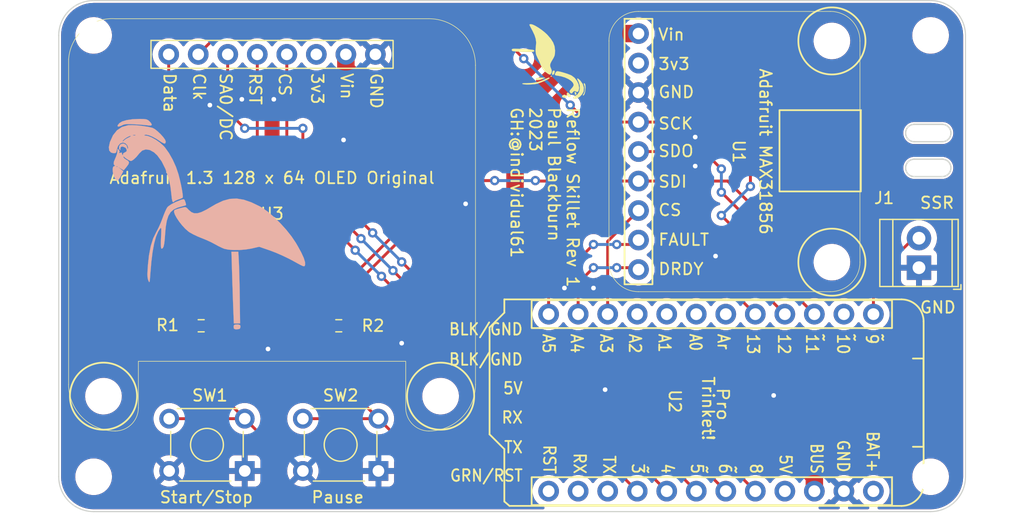
<source format=kicad_pcb>
(kicad_pcb (version 20221018) (generator pcbnew)
  (layers (0 "F.Cu" signal) (31 "B.Cu" signal) (34 "B.Paste" user) (35 "F.Paste" user) (36 "B.SilkS" user "B.Silkscreen") (37 "F.SilkS" user "F.Silkscreen") (38 "B.Mask" user) (39 "F.Mask" user) (44 "Edge.Cuts" user))
  (net 0 "")
  (net 1 "GND")
  (net 2 "Net-(J1-Pin_2)")
  (net 3 "VBUS")
  (net 4 "Net-(U1-DRDY)")
  (net 5 "Net-(U1-FAULT)")
  (net 6 "Net-(U1-CS)")
  (net 7 "Net-(U1-SDI)")
  (net 8 "Net-(U1-SDO)")
  (net 9 "Net-(U1-SCK)")
  (net 18 "Net-(U2-8)")
  (net 19 "Net-(U2-6~)")
  (net 20 "Net-(U2-5~)")
  (net 25 "Net-(U2-3~)")
  (net 26 "Net-(U2-4)")
  (footprint "Resistor_SMD:R_0603_1608Metric_Pad0.98x0.95mm_HandSolder" (layer "F.Cu") (at 132.253 58 180)
    (fp_text reference "R1" (at 2.8937 0.0508) (layer "F.SilkS"))
    (fp_text value "4k7")
    (pad "1" smd roundrect (at -0.9125 0 180) (size 0.975 0.95) (layers "F.Cu" "F.Paste" "F.Mask") (net 3 "VBUS"))
    (pad "2" smd roundrect (at 0.9125 0 180) (size 0.975 0.95) (layers "F.Cu" "F.Paste" "F.Mask") (net 25 "Net-(U2-3~)"))
  )
  (footprint "Button_Switch_THT:SW_TH_Tactile_Omron_B3F-10xx" (layer "F.Cu") (at 147.5 70.5 180)
    (fp_text reference "SW2" (at 3.25 6.5) (layer "F.SilkS"))
    (fp_text value "Pause")
    (pad "1" thru_hole rect (at 0 0 180) (size 1.7 1.7) (drill 1) (layers "*.Cu" "*.Mask") (net 1 "GND"))
    (pad "1" thru_hole circle (at 6.5 0 180) (size 1.7 1.7) (drill 1) (layers "*.Cu" "*.Mask") (net 1 "GND"))
    (pad "2" thru_hole circle (at 0 4.5 180) (size 1.7 1.7) (drill 1) (layers "*.Cu" "*.Mask") (net 26 "Net-(U2-4)"))
    (pad "2" thru_hole circle (at 6.5 4.5 180) (size 1.7 1.7) (drill 1) (layers "*.Cu" "*.Mask") (net 26 "Net-(U2-4)"))
  )
  (footprint "MyBoards:Adafruit 1.3 128 x 64 OLED Original" (layer "F.Cu") (at 138.349 48.856)
    (fp_text reference "U3" (at 0 -0.5 unlocked) (layer "F.SilkS"))
    (fp_text value "~")
    (fp_text user "SA0/DC" (at -4.572 -12.7 270 unlocked) (layer "F.SilkS") (effects (justify left bottom)))
    (fp_text user "Clk" (at -6.858 -12.7 -90 unlocked) (layer "F.SilkS") (effects (justify left bottom)))
    (fp_text user "Data" (at -9.398 -12.7 -90 unlocked) (layer "F.SilkS") (effects (font (thickness 0.153)) (justify left bottom)))
    (fp_text user "CS" (at 0.508 -12.7 270 unlocked) (layer "F.SilkS") (effects (justify left bottom)))
    (fp_text user "3v3" (at 3.302 -12.7 270 unlocked) (layer "F.SilkS") (effects (justify left bottom)))
    (fp_text user "RST" (at -2.032 -12.7 270 unlocked) (layer "F.SilkS") (effects (justify left bottom)))
    (fp_text user "Vin" (at 5.842 -12.7 270 unlocked) (layer "F.SilkS") (effects (justify left bottom)))
    (fp_text user "Adafruit 1.3 128 x 64 OLED Original" (at 0 -3 unlocked) (layer "F.SilkS") (effects (justify bottom)))
    (fp_text user "GND" (at 8.382 -12.7 270 unlocked) (layer "F.SilkS") (effects (justify left bottom)))
    (pad "" np_thru_hole circle (at -14.5 15.206) (size 2.5 2.5) (drill 2.5) (layers "F&B.Cu" "*.Mask"))
    (pad "" np_thru_hole circle (at 14.5 15.206) (size 2.5 2.5) (drill 2.5) (layers "F&B.Cu" "*.Mask"))
    (pad "1" thru_hole circle (at -8.89 -14.224 90) (size 1.778 1.778) (drill 1) (layers "*.Cu" "*.Mask") (net 7 "Net-(U1-SDI)"))
    (pad "2" thru_hole circle (at -6.35 -14.224 90) (size 1.778 1.778) (drill 1) (layers "*.Cu" "*.Mask") (net 9 "Net-(U1-SCK)"))
    (pad "3" thru_hole circle (at -3.81 -14.224 90) (size 1.778 1.778) (drill 1) (layers "*.Cu" "*.Mask") (net 18 "Net-(U2-8)"))
    (pad "4" thru_hole circle (at -1.27 -14.224 90) (size 1.778 1.778) (drill 1) (layers "*.Cu" "*.Mask") (net 20 "Net-(U2-5~)"))
    (pad "5" thru_hole circle (at 1.27 -14.224 90) (size 1.778 1.778) (drill 1) (layers "*.Cu" "*.Mask") (net 19 "Net-(U2-6~)"))
    (pad "6" thru_hole circle (at 3.81 -14.224 90) (size 1.778 1.778) (drill 1) (layers "*.Cu" "*.Mask"))
    (pad "7" thru_hole circle (at 6.35 -14.224 90) (size 1.778 1.778) (drill 1) (layers "*.Cu" "*.Mask") (net 3 "VBUS"))
    (pad "8" thru_hole circle (at 8.89 -14.224 90) (size 1.778 1.778) (drill 1) (layers "*.Cu" "*.Mask") (net 1 "GND"))
  )
  (footprint "MyBoards:Adafruit Pro Trinket" (layer "F.Cu") (at 154.9645 64.62 -90)
    (fp_text reference "U2" (at -0.127 -18.0355 -90 unlocked) (layer "F.SilkS") (effects (font (thickness 0.153))))
    (fp_text value "~")
    (fp_text user "GND" (at 6.096 -32.512 -90 unlocked) (layer "F.SilkS") (effects (font (size 1 0.9144) (thickness 0.153)) (justify right)))
    (fp_text user "BLK/GND" (at -3.72 -5.0355 unlocked) (layer "F.SilkS") (effects (font (size 1 0.9144) (thickness 0.153) bold) (justify right)))
    (fp_text user "5V" (at -1.237 -5.0355 unlocked) (layer "F.SilkS") (effects (font (size 1 0.9144) (thickness 0.153) bold) (justify right)))
    (fp_text user "RX" (at 1.28 -5.0355 unlocked) (layer "F.SilkS") (effects (font (size 1 0.9144) (thickness 0.153) bold) (justify right)))
    (fp_text user "BAT+" (at 6.096 -35.052 -90 unlocked) (layer "F.SilkS") (effects (font (size 1 0.9144) (thickness 0.153)) (justify right)))
    (fp_text user "Pro" (at 0.127 -22.1615 -90 unlocked) (layer "F.SilkS") (effects (font (size 1 1.1176) (thickness 0.153))))
    (fp_text user "A0" (at -6.014381 -19.812 -90 unlocked) (layer "F.SilkS") (effects (font (size 1 0.8001) (thickness 0.153)) (justify left)))
    (fp_text user "Trinket!" (at 0.508 -20.8915 -90 unlocked) (layer "F.SilkS") (effects (font (size 1 1.00584) (thickness 0.153))))
    (fp_text user "11" (at -6.014381 -29.845 -90 unlocked) (layer "F.SilkS") (effects (font (size 1 0.9144) (thickness 0.153)) (justify left)))
    (fp_text user "GRN/RST" (at 6.28 -5.0355 unlocked) (layer "F.SilkS") (effects (font (size 1 0.9144) (thickness 0.153) bold) (justify right)))
    (fp_text user "BUS" (at 6.223 -30.226 -90 unlocked) (layer "F.SilkS") (effects (font (size 1 0.86868) (thickness 0.153)) (justify right)))
    (fp_text user "A2" (at -6.014381 -14.605 -90 unlocked) (layer "F.SilkS") (effects (font (size 1 0.9144) (thickness 0.153)) (justify left)))
    (fp_text user "~" (at -5.588 -33.528 -90 unlocked) (layer "F.SilkS") (effects (font (size 1 0.9144) (thickness 0.153))))
    (fp_text user "A4" (at -6.014381 -9.5885 -90 unlocked) (layer "F.SilkS") (effects (font (size 1 0.9144) (thickness 0.153) bold) (justify left)))
    (fp_text user "Ar" (at -6.014381 -22.225 -90 unlocked) (layer "F.SilkS") (effects (font (size 1 0.9144) (thickness 0.153)) (justify left)))
    (fp_text user "13" (at -6.014381 -24.765 -90 unlocked) (layer "F.SilkS") (effects (font (size 1 0.9144) (thickness 0.153)) (justify left)))
    (fp_text user "3" (at 6.223 -14.859 -90 unlocked) (layer "F.SilkS") (effects (font (size 1 0.9144) (thickness 0.153) bold) (justify right)))
    (fp_text user "A3" (at -6.014381 -12.1285 -90 unlocked) (layer "F.SilkS") (effects (font (size 1 0.9144) (thickness 0.153) bold) (justify left)))
    (fp_text user "BLK/GND" (at -6.317 -5.0355 unlocked) (layer "F.SilkS") (effects (font (size 1 0.9144) (thickness 0.153) bold) (justify right)))
    (fp_text user "4" (at 6.223 -17.399 -90 unlocked) (layer "F.SilkS") (effects (font (size 1 0.9144) (thickness 0.153) bold) (justify right)))
    (fp_text user "~" (at -5.588 -35.941 -90 unlocked) (layer "F.SilkS") (effects (font (size 1 0.9144) (thickness 0.153))))
    (fp_text user "5V" (at 6.223 -27.559 -90 unlocked) (layer "F.SilkS") (effects (font (size 1 0.9144) (thickness 0.153)) (justify right)))
    (fp_text user "~" (at 5.796618 -20.828 -90 unlocked) (layer "F.SilkS") (effects (font (size 1 0.9144) (thickness 0.153))))
    (fp_text user "TX" (at 6.223 -12.3825 -90 unlocked) (layer "F.SilkS") (effects (font (size 1 0.9144) (thickness 0.153) bold) (justify right)))
    (fp_text user "9" (at -6.014381 -34.9885 -90 unlocked) (layer "F.SilkS") (effects (font (size 1 0.9144) (thickness 0.153)) (justify left)))
    (fp_text user "RX" (at 6.223 -9.8425 -90 unlocked) (layer "F.SilkS") (effects (font (size 1 0.9144) (thickness 0.153) bold) (justify right)))
    (fp_text user "~" (at 5.796618 -15.748 -90 unlocked) (layer "F.SilkS") (effects (font (size 1 0.9144) (thickness 0.153))))
    (fp_text user "RST" (at 6.223 -7.239 -90 unlocked) (layer "F.SilkS") (effects (font (size 1 0.9144) (thickness 0.153) bold) (justify right)))
    (fp_text user "10" (at -6.014381 -32.512 -90 unlocked) (layer "F.SilkS") (effects (font (size 1 0.9144) (thickness 0.153)) (justify left)))
    (fp_text user "TX" (at 3.843 -5.0355 unlocked) (layer "F.SilkS") (effects (font (size 1 0.9144) (thickness 0.153) bold) (justify right)))
    (fp_text user "A5" (at -6.014381 -7.1755 -90 unlocked) (layer "F.SilkS") (effects (font (size 1 0.9144) (thickness 0.153) bold) (justify left)))
    (fp_text user "6" (at 6.223 -22.352 -90 unlocked) (layer "F.SilkS") (effects (font (size 1 0.9144) (thickness 0.153) bold) (justify right)))
    (fp_text user "~" (at 5.796618 -23.3045 -90 unlocked) (layer "F.SilkS") (effects (font (size 1 0.9144) (thickness 0.153))))
    (fp_text user "12" (at -6.014381 -27.432 -90 unlocked) (layer "F.SilkS") (effects (font (size 1 0.9144) (thickness 0.153)) (justify left)))
    (fp_text user "8" (at 6.223 -25.019 -90 unlocked) (layer "F.SilkS") (effects (font (size 1 0.9144) (thickness 0.153) bold) (justify right)))
    (fp_text user "5" (at 6.223 -19.939 -90 unlocked) (layer "F.SilkS") (effects (font (size 1 0.9144) (thickness 0.153) bold) (justify right)))
    (fp_text user "A1" (at -6.014381 -17.145 -90 unlocked) (layer "F.SilkS") (effects (font (size 1 0.86868) (thickness 0.153)) (justify left)))
    (fp_text user "~" (at -5.588 -30.861 -90 unlocked) (layer "F.SilkS") (effects (font (size 1 0.9144) (thickness 0.153))))
    (pad "1" thru_hole circle (at -7.62 -35.1155 270) (size 1.778 1.778) (drill 1.016) (layers "*.Cu" "*.Mask") (net 2 "Net-(J1-Pin_2)"))
    (pad "2" thru_hole circle (at -7.62 -32.5755 270) (size 1.778 1.778) (drill 1.016) (layers "*.Cu" "*.Mask"))
    (pad "3" thru_hole circle (at -7.62 -30.0355 270) (size 1.778 1.778) (drill 1.016) (layers "*.Cu" "*.Mask") (net 7 "Net-(U1-SDI)"))
    (pad "4" thru_hole circle (at -7.62 -27.4955 270) (size 1.778 1.778) (drill 1.016) (layers "*.Cu" "*.Mask") (net 8 "Net-(U1-SDO)"))
    (pad "5" thru_hole circle (at -7.62 -24.9555 270) (size 1.778 1.778) (drill 1.016) (layers "*.Cu" "*.Mask") (net 9 "Net-(U1-SCK)"))
    (pad "6" thru_hole circle (at -7.62 -22.4155 270) (size 1.778 1.778) (drill 1.016) (layers "*.Cu" "*.Mask"))
    (pad "7" thru_hole circle (at -7.62 -19.8755 270) (size 1.778 1.778) (drill 1.016) (layers "*.Cu" "*.Mask"))
    (pad "8" thru_hole circle (at -7.62 -17.3355 270) (size 1.778 1.778) (drill 1.016) (layers "*.Cu" "*.Mask"))
    (pad "9" thru_hole circle (at -7.62 -14.7955 270) (size 1.778 1.778) (drill 1.016) (layers "*.Cu" "*.Mask"))
    (pad "10" thru_hole circle (at -7.62 -12.2555 270) (size 1.778 1.778) (drill 1.016) (layers "*.Cu" "*.Mask") (net 6 "Net-(U1-CS)"))
    (pad "11" thru_hole circle (at -7.62 -9.7155 270) (size 1.778 1.778) (drill 1.016) (layers "*.Cu" "*.Mask") (net 4 "Net-(U1-DRDY)"))
    (pad "12" thru_hole circle (at -7.62 -7.1755 270) (size 1.778 1.778) (drill 1.016) (layers "*.Cu" "*.Mask") (net 5 "Net-(U1-FAULT)"))
    (pad "13" thru_hole circle (at 7.62 -35.1155 270) (size 1.778 1.778) (drill 1.016) (layers "*.Cu" "*.Mask"))
    (pad "14" thru_hole circle (at 7.62 -32.5755 270) (size 1.778 1.778) (drill 1.016) (layers "*.Cu" "*.Mask") (net 1 "GND"))
    (pad "15" thru_hole circle (at 7.62 -30.0355 270) (size 1.778 1.778) (drill 1.016) (layers "*.Cu" "*.Mask") (net 3 "VBUS"))
    (pad "16" thru_hole circle (at 7.62 -27.4955 270) (size 1.778 1.778) (drill 1.016) (layers "*.Cu" "*.Mask"))
    (pad "17" thru_hole circle (at 7.62 -24.9555 270) (size 1.778 1.778) (drill 1.016) (layers "*.Cu" "*.Mask") (net 18 "Net-(U2-8)"))
    (pad "18" thru_hole circle (at 7.62 -22.4155 270) (size 1.778 1.778) (drill 1.016) (layers "*.Cu" "*.Mask") (net 19 "Net-(U2-6~)"))
    (pad "19" thru_hole circle (at 7.62 -19.8755 270) (size 1.778 1.778) (drill 1.016) (layers "*.Cu" "*.Mask") (net 20 "Net-(U2-5~)"))
    (pad "20" thru_hole circle (at 7.62 -17.3355 270) (size 1.778 1.778) (drill 1.016) (layers "*.Cu" "*.Mask") (net 26 "Net-(U2-4)"))
    (pad "21" thru_hole circle (at 7.62 -14.7955 270) (size 1.778 1.778) (drill 1.016) (layers "*.Cu" "*.Mask") (net 25 "Net-(U2-3~)"))
    (pad "22" thru_hole circle (at 7.62 -12.2555 270) (size 1.778 1.778) (drill 1.016) (layers "*.Cu" "*.Mask"))
    (pad "23" thru_hole circle (at 7.62 -9.7155 270) (size 1.778 1.778) (drill 1.016) (layers "*.Cu" "*.Mask"))
    (pad "24" thru_hole circle (at 7.62 -7.1755 270) (size 1.778 1.778) (drill 1.016) (layers "*.Cu" "*.Mask"))
  )
  (footprint "TerminalBlock_TE-Connectivity:TerminalBlock_TE_282834-2_1x02_P2.54mm_Horizontal" (layer "F.Cu") (at 194 53 90)
    (fp_text reference "J1" (at 6 -3 180) (layer "F.SilkS"))
    (fp_text value "Output")
    (pad "1" thru_hole rect (at 0 0 90) (size 2.1 2.1) (drill 1.1) (layers "*.Cu" "*.Mask") (net 1 "GND"))
    (pad "2" thru_hole circle (at 2.54 0 90) (size 2.1 2.1) (drill 1.1) (layers "*.Cu" "*.Mask") (net 2 "Net-(J1-Pin_2)"))
  )
  (footprint "Resistor_SMD:R_0603_1608Metric_Pad0.98x0.95mm_HandSolder" (layer "F.Cu") (at 144.0875 58)
    (fp_text reference "R2" (at 2.9445 0) (layer "F.SilkS"))
    (fp_text value "4k7")
    (pad "1" smd roundrect (at -0.9125 0) (size 0.975 0.95) (layers "F.Cu" "F.Paste" "F.Mask") (net 3 "VBUS"))
    (pad "2" smd roundrect (at 0.9125 0) (size 0.975 0.95) (layers "F.Cu" "F.Paste" "F.Mask") (net 26 "Net-(U2-4)"))
  )
  (footprint "MountingHole:MountingHole_2.5mm" (layer "F.Cu") (at 123 33)
    (fp_text reference "REF**" hide)
    (fp_text value "MountingHole_2.5mm")
    (pad "" np_thru_hole circle (at 0 0) (size 2.5 2.5) (drill 2.5) (layers "*.Cu" "*.Mask"))
  )
  (footprint "MountingHole:MountingHole_2.5mm" (layer "F.Cu") (at 123 71)
    (fp_text reference "REF**" hide)
    (fp_text value "MountingHole_2.5mm")
    (pad "" np_thru_hole circle (at 0 0) (size 2.5 2.5) (drill 2.5) (layers "F&B.Cu" "*.Mask"))
  )
  (footprint "MountingHole:MountingHole_2.5mm" (layer "F.Cu") (at 195 33)
    (fp_text reference "REF**" hide)
    (fp_text value "MountingHole_2.5mm")
    (pad "" np_thru_hole circle (at 0 0) (size 2.5 2.5) (drill 2.5) (layers "F&B.Cu" "*.Mask"))
  )
  (footprint "MyFlamingoLogo:flamingo_logo_8-8_6-7" (layer "F.Cu") (at 162.3 35.6 -90)
    (fp_text reference "G***" hide)
    (fp_text value "LOGO" hide)
  )
  (footprint "MyHolesAndSlots:2.54 mm Zip Tie Slot" (layer "F.Cu") (at 196 45.155 90)
    (fp_text reference "REF**" hide)
    (fp_text value "2.54 mm Zip Tie Slot")
    (fp_line (start 0 0) (end 0 -2.4) (stroke (width 0.12)) (layer "Edge.Cuts"))
    (fp_line (start 1.5 0) (end 1.5 -2.4) (stroke (width 0.12)) (layer "Edge.Cuts"))
    (fp_line (start 3 0) (end 3 -2.4) (stroke (width 0.12)) (layer "Edge.Cuts"))
    (fp_line (start 4.5 0) (end 4.5 -2.4) (stroke (width 0.12)) (layer "Edge.Cuts"))
    (fp_arc (start 0 -2.4) (mid 0.75 -3.15) (end 1.5 -2.4) (stroke (width 0.12)) (layer "Edge.Cuts"))
    (fp_arc (start 1.5 0) (mid 0.75 0.75) (end 0 0) (stroke (width 0.12)) (layer "Edge.Cuts"))
    (fp_arc (start 3 -2.4) (mid 3.75 -3.15) (end 4.5 -2.4) (stroke (width 0.12)) (layer "Edge.Cuts"))
    (fp_arc (start 4.5 0) (mid 3.75 0.75) (end 3 0) (stroke (width 0.12)) (layer "Edge.Cuts"))
  )
  (footprint "MyBoards:Adafruit MAX31856" (layer "F.Cu") (at 178 43 -90)
    (fp_text reference "U1" (at 0 -0.5 -90 unlocked) (layer "F.SilkS"))
    (fp_text value "~")
    (fp_text user "SDO" (at 0.54 6.5 unlocked) (layer "F.SilkS") (effects (justify left bottom)))
    (fp_text user "DRDY" (at 10.7 6.5 unlocked) (layer "F.SilkS") (effects (justify left bottom)))
    (fp_text user "FAULT" (at 8.175 6.5 unlocked) (layer "F.SilkS") (effects (justify left bottom)))
    (fp_text user "SCK" (at -1.825 6.5 unlocked) (layer "F.SilkS") (effects (justify left bottom)))
    (fp_text user "Vin" (at -9.493 4.086905 unlocked) (layer "F.SilkS") (effects (justify right bottom)))
    (fp_text user "3v3" (at -6.953 6.5 unlocked) (layer "F.SilkS") (effects (justify left bottom)))
    (fp_text user "Adafruit MAX31856" (at 0 -2.794 -90 unlocked) (layer "F.SilkS") (effects (font (thickness 0.153))))
    (fp_text user "SDI" (at 3.175 6.5 unlocked) (layer "F.SilkS") (effects (justify left bottom)))
    (fp_text user "GND" (at -4.54 6.5 unlocked) (layer "F.SilkS") (effects (justify left bottom)))
    (fp_text user "CS" (at 5.62 6.5 unlocked) (layer "F.SilkS") (effects (justify left bottom)))
    (pad "" np_thru_hole circle (at -9.525 -8.509 270) (size 2.5 2.5) (drill 2.5) (layers "F&B.Cu" "*.Mask"))
    (pad "" np_thru_hole circle (at 9.525 -8.509 270) (size 2.5 2.5) (drill 2.5) (layers "F&B.Cu" "*.Mask"))
    (pad "1" thru_hole circle (at 10.16 8.128 180) (size 1.778 1.778) (drill 1) (layers "*.Cu" "*.Mask") (net 4 "Net-(U1-DRDY)"))
    (pad "2" thru_hole circle (at 7.62 8.128 180) (size 1.778 1.778) (drill 1) (layers "*.Cu" "*.Mask") (net 5 "Net-(U1-FAULT)"))
    (pad "3" thru_hole circle (at 5.08 8.128 180) (size 1.778 1.778) (drill 1) (layers "*.Cu" "*.Mask") (net 6 "Net-(U1-CS)"))
    (pad "4" thru_hole circle (at 2.54 8.128 180) (size 1.778 1.778) (drill 1) (layers "*.Cu" "*.Mask") (net 7 "Net-(U1-SDI)"))
    (pad "5" thru_hole circle (at 0 8.128 180) (size 1.778 1.778) (drill 1) (layers "*.Cu" "*.Mask") (net 8 "Net-(U1-SDO)"))
    (pad "6" thru_hole circle (at -2.54 8.128 180) (size 1.778 1.778) (drill 1) (layers "*.Cu" "*.Mask") (net 9 "Net-(U1-SCK)"))
    (pad "7" thru_hole circle (at -5.08 8.128 180) (size 1.778 1.778) (drill 1) (layers "*.Cu" "*.Mask") (net 1 "GND"))
    (pad "8" thru_hole circle (at -7.62 8.128 180) (size 1.778 1.778) (drill 1) (layers "*.Cu" "*.Mask"))
    (pad "9" thru_hole circle (at -10.16 8.128 180) (size 1.778 1.778) (drill 1) (layers "*.Cu" "*.Mask") (net 3 "VBUS"))
  )
  (footprint "Button_Switch_THT:SW_TH_Tactile_Omron_B3F-10xx" (layer "F.Cu") (at 136 70.5 180)
    (fp_text reference "SW1" (at 3 6.5) (layer "F.SilkS"))
    (fp_text value "Start/Stop")
    (pad "1" thru_hole rect (at 0 0 180) (size 1.7 1.7) (drill 1) (layers "*.Cu" "*.Mask") (net 1 "GND"))
    (pad "1" thru_hole circle (at 6.5 0 180) (size 1.7 1.7) (drill 1) (layers "*.Cu" "*.Mask") (net 1 "GND"))
    (pad "2" thru_hole circle (at 0 4.5 180) (size 1.7 1.7) (drill 1) (layers "*.Cu" "*.Mask") (net 25 "Net-(U2-3~)"))
    (pad "2" thru_hole circle (at 6.5 4.5 180) (size 1.7 1.7) (drill 1) (layers "*.Cu" "*.Mask") (net 25 "Net-(U2-3~)"))
  )
  (footprint "MountingHole:MountingHole_2.5mm" (layer "F.Cu") (at 195 71)
    (fp_text reference "REF**" hide)
    (fp_text value "MountingHole_2.5mm")
    (pad "" np_thru_hole circle (at 0 0) (size 2.5 2.5) (drill 2.5) (layers "F&B.Cu" "*.Mask"))
  )
  (footprint "MyFlamingoLogo:flamingo_logo_26_20_mm" (layer "B.Cu") (at 132.078568 48.318667 180)
    (fp_text reference "G***" hide)
    (fp_text value "LOGO" hide)
  )
  (gr_arc (start 123 74) (mid 120.87868 73.12132) (end 120 71) (stroke (width 0.1)) (layer "Edge.Cuts"))
  (gr_arc (start 198 71) (mid 197.12132 73.12132) (end 195 74) (stroke (width 0.1)) (layer "Edge.Cuts"))
  (gr_line (start 120 33) (end 120 71) (stroke (width 0.1)) (layer "Edge.Cuts"))
  (gr_line (start 198 71) (end 198 33) (stroke (width 0.1)) (layer "Edge.Cuts"))
  (gr_arc (start 195 30) (mid 197.12132 30.87868) (end 198 33) (stroke (width 0.1)) (layer "Edge.Cuts"))
  (gr_arc (start 120 33) (mid 120.87868 30.87868) (end 123 30) (stroke (width 0.1)) (layer "Edge.Cuts"))
  (gr_line (start 123 74) (end 195 74) (stroke (width 0.1)) (layer "Edge.Cuts"))
  (gr_line (start 195 30) (end 123 30) (stroke (width 0.1)) (layer "Edge.Cuts"))
  (gr_text "Pause" (at 144 73.35) (layer "F.SilkS") (effects (font (size 1 1) (thickness 0.153)) (justify bottom)))
  (gr_text "Reflow Skillet Rev 1\nPaul Blackburn\n2023\nGH:@individual61" (at 158.8 39.1 270) (layer "F.SilkS") (effects (font (size 1 1) (thickness 0.153)) (justify left bottom)))
  (gr_text "Start/Stop" (at 132.7 73.35) (layer "F.SilkS") (effects (font (size 1 1) (thickness 0.153)) (justify bottom)))
  (gr_text "SSR" (at 194 48) (layer "F.SilkS") (effects (font (size 1 1) (thickness 0.153)) (justify left bottom)))
  (gr_text "GND" (at 194 57) (layer "F.SilkS") (effects (font (size 1 1) (thickness 0.153)) (justify left bottom)))
  (via (at 176.5 52) (size 0.8) (drill 0.4) (layers "F.Cu" "B.Cu") (net 1))
  (via (at 138.5 38.5) (size 0.8) (drill 0.4) (layers "F.Cu" "B.Cu") (net 1))
  (via (at 149.5 59.5) (size 0.8) (drill 0.4) (layers "F.Cu" "B.Cu") (net 1))
  (via (at 133 39) (size 0.8) (drill 0.4) (layers "F.Cu" "B.Cu") (net 1))
  (via (at 155 47.5) (size 0.8) (drill 0.4) (layers "F.Cu" "B.Cu") (net 1))
  (via (at 166 54.75) (size 0.8) (drill 0.4) (layers "F.Cu" "B.Cu") (net 1))
  (via (at 167 63.5) (size 0.8) (drill 0.4) (layers "F.Cu" "B.Cu") (net 1))
  (via (at 144.5 42) (size 0.8) (drill 0.4) (layers "F.Cu" "B.Cu") (net 1))
  (via (at 163.5 54.75) (size 0.8) (drill 0.4) (layers "F.Cu" "B.Cu") (net 1))
  (via (at 135.75 38.5) (size 0.8) (drill 0.4) (layers "F.Cu" "B.Cu") (net 1))
  (via (at 174.75 44.25) (size 0.8) (drill 0.4) (layers "F.Cu" "B.Cu") (net 1))
  (via (at 174.75 41.75) (size 0.8) (drill 0.4) (layers "F.Cu" "B.Cu") (net 1))
  (via (at 181.5 64) (size 0.8) (drill 0.4) (layers "F.Cu" "B.Cu") (net 1))
  (via (at 138 60) (size 0.8) (drill 0.4) (layers "F.Cu" "B.Cu") (net 1))
  (segment (start 190.08 57) (end 190.08 53.92) (width 0.25) (layer "F.Cu") (net 2))
  (segment (start 193.54 50.46) (end 194 50.46) (width 0.25) (layer "F.Cu") (net 2))
  (segment (start 190.08 53.92) (end 193.54 50.46) (width 0.25) (layer "F.Cu") (net 2))
  (segment (start 150.474695 49.5) (end 159.25 49.5) (width 0.25) (layer "F.Cu") (net 3))
  (segment (start 162.5 61.5) (end 159.25 58.25) (width 1.5) (layer "F.Cu") (net 3))
  (segment (start 148.559765 39.75) (end 159.25 39.75) (width 1.5) (layer "F.Cu") (net 3))
  (segment (start 159.25 49.5) (end 159.25 39.75) (width 1.5) (layer "F.Cu") (net 3))
  (segment (start 175.517235 61.5) (end 162.5 61.5) (width 1.5) (layer "F.Cu") (net 3))
  (segment (start 133.1655 58) (end 143.175 58) (width 0.25) (layer "F.Cu") (net 3))
  (segment (start 159.25 58.25) (end 159.25 49.5) (width 1.5) (layer "F.Cu") (net 3))
  (segment (start 144.699 35.889235) (end 148.559765 39.75) (width 1.5) (layer "F.Cu") (net 3))
  (segment (start 185 70.982765) (end 175.517235 61.5) (width 1.5) (layer "F.Cu") (net 3))
  (segment (start 143.175 58) (end 143.175 56.799695) (width 0.25) (layer "F.Cu") (net 3))
  (segment (start 144.699 34.632) (end 144.699 35.889235) (width 1.5) (layer "F.Cu") (net 3))
  (segment (start 159.5 39.5) (end 166.16 32.84) (width 1.5) (layer "F.Cu") (net 3))
  (segment (start 185 72.24) (end 185 70.982765) (width 1.5) (layer "F.Cu") (net 3))
  (segment (start 166.16 32.84) (end 169.872 32.84) (width 1.5) (layer "F.Cu") (net 3))
  (segment (start 143.175 56.799695) (end 150.474695 49.5) (width 0.25) (layer "F.Cu") (net 3))
  (segment (start 169.712 53) (end 169.872 53.16) (width 0.25) (layer "F.Cu") (net 4))
  (segment (start 164.68 57) (end 164.68 54.32) (width 0.25) (layer "F.Cu") (net 4))
  (segment (start 168 53) (end 169.712 53) (width 0.25) (layer "F.Cu") (net 4))
  (segment (start 164.68 54.32) (end 166 53) (width 0.25) (layer "F.Cu") (net 4))
  (via (at 168 53) (size 0.8) (drill 0.4) (layers "F.Cu" "B.Cu") (net 4))
  (via (at 166 53) (size 0.8) (drill 0.4) (layers "F.Cu" "B.Cu") (net 4))
  (segment (start 166 53) (end 168 53) (width 0.25) (layer "B.Cu") (net 4))
  (segment (start 162.14 57) (end 162.14 54.86) (width 0.25) (layer "F.Cu") (net 5))
  (segment (start 169.492 51) (end 169.872 50.62) (width 0.25) (layer "F.Cu") (net 5))
  (segment (start 162.14 54.86) (end 166 51) (width 0.25) (layer "F.Cu") (net 5))
  (segment (start 168 51) (end 169.492 51) (width 0.25) (layer "F.Cu") (net 5))
  (via (at 166 51) (size 0.8) (drill 0.4) (layers "F.Cu" "B.Cu") (net 5))
  (via (at 168 51) (size 0.8) (drill 0.4) (layers "F.Cu" "B.Cu") (net 5))
  (segment (start 166 51) (end 168 51) (width 0.25) (layer "B.Cu") (net 5))
  (segment (start 167.22 50.732) (end 169.872 48.08) (width 0.25) (layer "F.Cu") (net 6))
  (segment (start 167.22 57) (end 167.22 50.732) (width 0.25) (layer "F.Cu") (net 6))
  (segment (start 145.5 53) (end 129.459 36.959) (width 0.25) (layer "F.Cu") (net 7))
  (segment (start 180 48) (end 177.54 45.54) (width 0.25) (layer "F.Cu") (net 7))
  (segment (start 161 45.5) (end 161.04 45.54) (width 0.25) (layer "F.Cu") (net 7))
  (segment (start 180 52) (end 180 48) (width 0.25) (layer "F.Cu") (net 7))
  (segment (start 177.54 45.54) (end 169.872 45.54) (width 0.25) (layer "F.Cu") (net 7))
  (segment (start 185 57) (end 180 52) (width 0.25) (layer "F.Cu") (net 7))
  (segment (start 157.5 45.5) (end 153.5 45.5) (width 0.25) (layer "F.Cu") (net 7))
  (segment (start 153.5 45.5) (end 146 53) (width 0.25) (layer "F.Cu") (net 7))
  (segment (start 146 53) (end 145.5 53) (width 0.25) (layer "F.Cu") (net 7))
  (segment (start 129.459 36.959) (end 129.459 34.632) (width 0.25) (layer "F.Cu") (net 7))
  (segment (start 161.04 45.54) (end 169.872 45.54) (width 0.25) (layer "F.Cu") (net 7))
  (via (at 161 45.5) (size 0.8) (drill 0.4) (layers "F.Cu" "B.Cu") (net 7))
  (via (at 157.5 45.5) (size 0.8) (drill 0.4) (layers "F.Cu" "B.Cu") (net 7))
  (segment (start 157.5 45.5) (end 161 45.5) (width 0.25) (layer "B.Cu") (net 7))
  (segment (start 177 46.5) (end 179 48.5) (width 0.25) (layer "F.Cu") (net 8))
  (segment (start 179 53.54) (end 182.46 57) (width 0.25) (layer "F.Cu") (net 8))
  (segment (start 177 44.5) (end 175.5 43) (width 0.25) (layer "F.Cu") (net 8))
  (segment (start 175.5 43) (end 169.872 43) (width 0.25) (layer "F.Cu") (net 8))
  (segment (start 179 48.5) (end 179 53.54) (width 0.25) (layer "F.Cu") (net 8))
  (via (at 177 46.5) (size 0.8) (drill 0.4) (layers "F.Cu" "B.Cu") (net 8))
  (via (at 177 44.5) (size 0.8) (drill 0.4) (layers "F.Cu" "B.Cu") (net 8))
  (segment (start 177 46.5) (end 177 44.5) (width 0.25) (layer "B.Cu") (net 8))
  (segment (start 178 49.5) (end 178 55.08) (width 0.25) (layer "F.Cu") (net 9))
  (segment (start 178 55.08) (end 179.92 57) (width 0.25) (layer "F.Cu") (net 9))
  (segment (start 157 32) (end 134.631 32) (width 0.25) (layer "F.Cu") (net 9))
  (segment (start 169.872 40.46) (end 165.46 40.46) (width 0.25) (layer "F.Cu") (net 9))
  (segment (start 134.631 32) (end 131.999 34.632) (width 0.25) (layer "F.Cu") (net 9))
  (segment (start 179.5 45) (end 174.96 40.46) (width 0.25) (layer "F.Cu") (net 9))
  (segment (start 160 35) (end 157 32) (width 0.25) (layer "F.Cu") (net 9))
  (segment (start 165.46 40.46) (end 164 39) (width 0.25) (layer "F.Cu") (net 9))
  (segment (start 178 49.5) (end 177 48.5) (width 0.25) (layer "F.Cu") (net 9))
  (segment (start 174.96 40.46) (end 169.872 40.46) (width 0.25) (layer "F.Cu") (net 9))
  (segment (start 179.5 46) (end 179.5 45) (width 0.25) (layer "F.Cu") (net 9))
  (via (at 177 48.5) (size 0.8) (drill 0.4) (layers "F.Cu" "B.Cu") (net 9))
  (via (at 164 39) (size 0.8) (drill 0.4) (layers "F.Cu" "B.Cu") (net 9))
  (via (at 160 35) (size 0.8) (drill 0.4) (layers "F.Cu" "B.Cu") (net 9))
  (via (at 179.5 46) (size 0.8) (drill 0.4) (layers "F.Cu" "B.Cu") (net 9))
  (segment (start 164 39) (end 160 35) (width 0.25) (layer "B.Cu") (net 9))
  (segment (start 177 48.5) (end 179.5 46) (width 0.25) (layer "B.Cu") (net 9))
  (segment (start 136 41) (end 134.5 39.5) (width 0.25) (layer "F.Cu") (net 18))
  (segment (start 134.5 39.5) (end 134.539 34.632) (width 0.25) (layer "F.Cu") (net 18))
  (segment (start 172.68 65) (end 179.92 72.24) (width 0.25) (layer "F.Cu") (net 18))
  (segment (start 141 41) (end 141 44) (width 0.25) (layer "F.Cu") (net 18))
  (segment (start 149.5 52.5) (end 162 65) (width 0.25) (layer "F.Cu") (net 18))
  (segment (start 141 44) (end 147 50) (width 0.25) (layer "F.Cu") (net 18))
  (segment (start 162 65) (end 172.68 65) (width 0.25) (layer "F.Cu") (net 18))
  (via (at 149.5 52.5) (size 0.8) (drill 0.4) (layers "F.Cu" "B.Cu") (net 18))
  (via (at 141 41) (size 0.8) (drill 0.4) (layers "F.Cu" "B.Cu") (net 18))
  (via (at 136 41) (size 0.8) (drill 0.4) (layers "F.Cu" "B.Cu") (net 18))
  (via (at 147 50) (size 0.8) (drill 0.4) (layers "F.Cu" "B.Cu") (net 18))
  (segment (start 141 41) (end 136 41) (width 0.25) (layer "B.Cu") (net 18))
  (segment (start 149.5 52.5) (end 147 50) (width 0.25) (layer "B.Cu") (net 18))
  (segment (start 161.5 66) (end 171.14 66) (width 0.25) (layer "F.Cu") (net 19))
  (segment (start 139.619 44.119) (end 139.619 34.632) (width 0.25) (layer "F.Cu") (net 19))
  (segment (start 146 50.5) (end 139.619 44.119) (width 0.25) (layer "F.Cu") (net 19))
  (segment (start 171.14 66) (end 177.38 72.24) (width 0.25) (layer "F.Cu") (net 19))
  (segment (start 148.75 53.25) (end 161.5 66) (width 0.25) (layer "F.Cu") (net 19))
  (via (at 146 50.5) (size 0.8) (drill 0.4) (layers "F.Cu" "B.Cu") (net 19))
  (via (at 148.75 53.25) (size 0.8) (drill 0.4) (layers "F.Cu" "B.Cu") (net 19))
  (segment (start 148.75 53.25) (end 146 50.5) (width 0.25) (layer "B.Cu") (net 19))
  (segment (start 137.079 43.079) (end 137.079 34.632) (width 0.25) (layer "F.Cu") (net 20))
  (segment (start 145.502531 51.497469) (end 137.079 43.079) (width 0.25) (layer "F.Cu") (net 20))
  (segment (start 161.025305 67) (end 169.6 67) (width 0.25) (layer "F.Cu") (net 20))
  (segment (start 169.6 67) (end 174.84 72.24) (width 0.25) (layer "F.Cu") (net 20))
  (segment (start 147.760813 53.739187) (end 161.025305 67) (width 0.25) (layer "F.Cu") (net 20))
  (via (at 145.502531 51.497469) (size 0.8) (drill 0.4) (layers "F.Cu" "B.Cu") (net 20))
  (via (at 147.760813 53.739187) (size 0.8) (drill 0.4) (layers "F.Cu" "B.Cu") (net 20))
  (segment (start 147.760813 53.739187) (end 145.502531 51.497469) (width 0.25) (layer "B.Cu") (net 20))
  (segment (start 131.3405 61.3405) (end 131.3405 58) (width 0.25) (layer "F.Cu") (net 25))
  (segment (start 136 66) (end 139 69) (width 0.25) (layer "F.Cu") (net 25))
  (segment (start 139 69) (end 166.52 69) (width 0.25) (layer "F.Cu") (net 25))
  (segment (start 166.52 69) (end 169.76 72.24) (width 0.25) (layer "F.Cu") (net 25))
  (segment (start 136 66) (end 129.5 66) (width 0.25) (layer "F.Cu") (net 25))
  (segment (start 136 66) (end 131.3405 61.3405) (width 0.25) (layer "F.Cu") (net 25))
  (segment (start 141 66) (end 147.5 66) (width 0.25) (layer "F.Cu") (net 26))
  (segment (start 149.5 68) (end 168.06 68) (width 0.25) (layer "F.Cu") (net 26))
  (segment (start 168.06 68) (end 172.3 72.24) (width 0.25) (layer "F.Cu") (net 26))
  (segment (start 147.5 66) (end 145 63.5) (width 0.25) (layer "F.Cu") (net 26))
  (segment (start 147.5 66) (end 149.5 68) (width 0.25) (layer "F.Cu") (net 26))
  (segment (start 145 63.5) (end 145 58) (width 0.25) (layer "F.Cu") (net 26))
  (zone (net 1) (net_name "GND") (layer "F.Cu") (connect_pads (clearance 0.5)) (min_thickness 0.25) (fill yes (thermal_gap 0.5) (thermal_bridge_width 0.5))
    (polygon (pts (xy 120 30) (xy 120 74) (xy 198 74) (xy 198 30)))
  )
  (zone (net 1) (net_name "GND") (layer "B.Cu") (priority 1) (connect_pads (clearance 0.5)) (min_thickness 0.25) (fill yes (thermal_gap 0.5) (thermal_bridge_width 0.5))
    (polygon (pts (xy 120 30) (xy 120 74) (xy 198 74) (xy 198 30)))
  )
)
</source>
